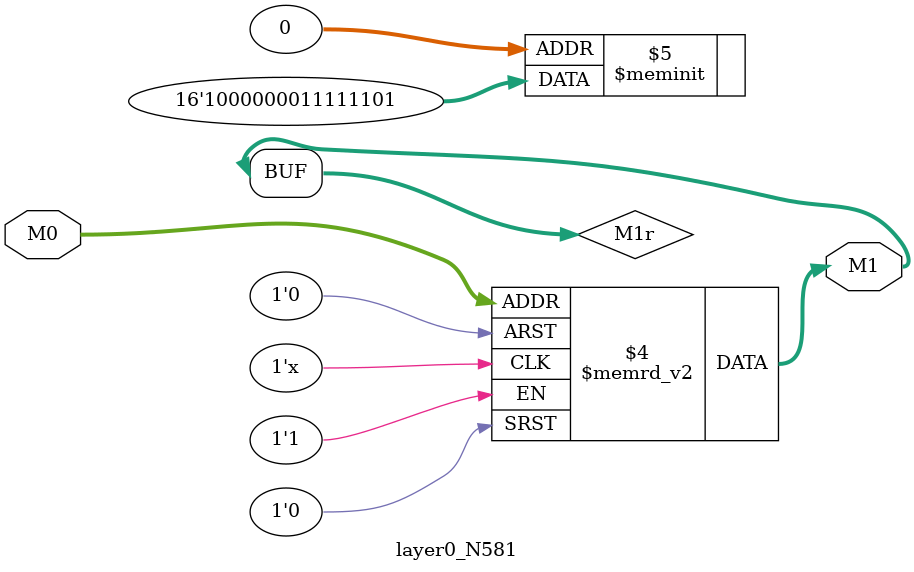
<source format=v>
module layer0_N581 ( input [2:0] M0, output [1:0] M1 );

	(*rom_style = "distributed" *) reg [1:0] M1r;
	assign M1 = M1r;
	always @ (M0) begin
		case (M0)
			3'b000: M1r = 2'b01;
			3'b100: M1r = 2'b00;
			3'b010: M1r = 2'b11;
			3'b110: M1r = 2'b00;
			3'b001: M1r = 2'b11;
			3'b101: M1r = 2'b00;
			3'b011: M1r = 2'b11;
			3'b111: M1r = 2'b10;

		endcase
	end
endmodule

</source>
